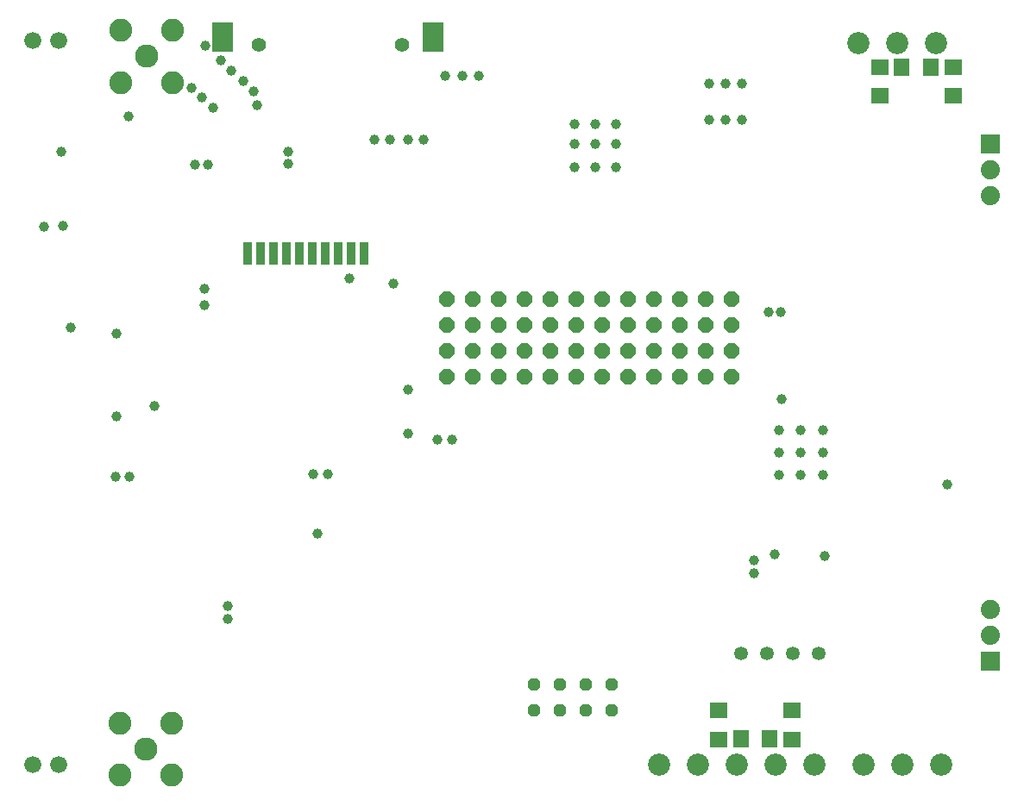
<source format=gbs>
G75*
%MOIN*%
%OFA0B0*%
%FSLAX24Y24*%
%IPPOS*%
%LPD*%
%AMOC8*
5,1,8,0,0,1.08239X$1,22.5*
%
%ADD10C,0.0860*%
%ADD11OC8,0.0480*%
%ADD12R,0.0354X0.0906*%
%ADD13R,0.0787X0.1181*%
%ADD14C,0.0551*%
%ADD15C,0.0531*%
%ADD16C,0.0900*%
%ADD17C,0.0886*%
%ADD18R,0.0740X0.0740*%
%ADD19C,0.0740*%
%ADD20C,0.0660*%
%ADD21OC8,0.0600*%
%ADD22R,0.0630X0.0710*%
%ADD23R,0.0710X0.0630*%
%ADD24C,0.0394*%
D10*
X032604Y004109D03*
X034104Y004109D03*
X035604Y004109D03*
X037104Y004109D03*
X038604Y004109D03*
X040502Y004109D03*
X042002Y004109D03*
X043502Y004109D03*
X043309Y032030D03*
X041809Y032030D03*
X040309Y032030D03*
D11*
X030791Y007209D03*
X029791Y007209D03*
X028791Y007209D03*
X027791Y007209D03*
X027791Y006209D03*
X028791Y006209D03*
X029791Y006209D03*
X030791Y006209D03*
D12*
X021212Y023896D03*
X020712Y023896D03*
X020212Y023896D03*
X019712Y023896D03*
X019212Y023896D03*
X018712Y023896D03*
X018212Y023896D03*
X017712Y023896D03*
X017212Y023896D03*
X016712Y023896D03*
D13*
X015746Y032246D03*
X023876Y032246D03*
D14*
X022675Y031951D03*
X017163Y031951D03*
D15*
X035781Y008408D03*
X036781Y008408D03*
X037781Y008408D03*
X038781Y008408D03*
D16*
X012793Y004707D03*
X012817Y031502D03*
D17*
X013820Y030498D03*
X011813Y030498D03*
X011813Y032506D03*
X013820Y032506D03*
X013797Y005711D03*
X011789Y005711D03*
X011789Y003703D03*
X013797Y003703D03*
D18*
X045423Y008109D03*
X045423Y028109D03*
D19*
X045423Y027109D03*
X045423Y026109D03*
X045423Y010109D03*
X045423Y009109D03*
D20*
X008423Y004109D03*
X009423Y004109D03*
X009423Y032109D03*
X008423Y032109D03*
D21*
X024423Y022109D03*
X025423Y022109D03*
X026423Y022109D03*
X027423Y022109D03*
X028423Y022109D03*
X029423Y022109D03*
X030423Y022109D03*
X031423Y022109D03*
X032423Y022109D03*
X033423Y022109D03*
X034423Y022109D03*
X035423Y022109D03*
X035423Y021109D03*
X034423Y021109D03*
X033423Y021109D03*
X032423Y021109D03*
X031423Y021109D03*
X030423Y021109D03*
X029423Y021109D03*
X028423Y021109D03*
X027423Y021109D03*
X026423Y021109D03*
X025423Y021109D03*
X024423Y021109D03*
X024423Y020109D03*
X025423Y020109D03*
X026423Y020109D03*
X027423Y020109D03*
X028423Y020109D03*
X029423Y020109D03*
X030423Y020109D03*
X031423Y020109D03*
X032423Y020109D03*
X033423Y020109D03*
X034423Y020109D03*
X035423Y020109D03*
X035423Y019109D03*
X034423Y019109D03*
X033423Y019109D03*
X032423Y019109D03*
X031423Y019109D03*
X030423Y019109D03*
X029423Y019109D03*
X028423Y019109D03*
X027423Y019109D03*
X026423Y019109D03*
X025423Y019109D03*
X024423Y019109D03*
D22*
X041997Y031085D03*
X043117Y031085D03*
X036896Y005101D03*
X035776Y005101D03*
D23*
X034919Y005092D03*
X034919Y006212D03*
X037754Y006212D03*
X037754Y005092D03*
X041139Y029974D03*
X041139Y031094D03*
X043974Y031094D03*
X043974Y029974D03*
D24*
X035817Y030463D03*
X035187Y030463D03*
X034557Y030463D03*
X034557Y029046D03*
X035187Y029046D03*
X035817Y029046D03*
X030935Y028888D03*
X030935Y028101D03*
X030147Y028101D03*
X030147Y028888D03*
X029360Y028888D03*
X029360Y028101D03*
X029360Y027234D03*
X030147Y027234D03*
X030935Y027234D03*
X025643Y030761D03*
X025003Y030761D03*
X024363Y030761D03*
X023523Y028289D03*
X022923Y028289D03*
X022203Y028289D03*
X021603Y028289D03*
X018277Y027829D03*
X018277Y027349D03*
X017094Y029617D03*
X016943Y030161D03*
X016555Y030546D03*
X016077Y030949D03*
X015677Y031350D03*
X015090Y031907D03*
X014563Y030296D03*
X014957Y029902D03*
X015374Y029511D03*
X015178Y027316D03*
X014699Y027316D03*
X012123Y029189D03*
X009503Y027829D03*
X009583Y024949D03*
X008837Y024927D03*
X009883Y021029D03*
X011643Y020789D03*
X013110Y017981D03*
X011643Y017587D03*
X011612Y015258D03*
X012163Y015258D03*
X015945Y010264D03*
X015943Y009746D03*
X019407Y013053D03*
X019250Y015337D03*
X019801Y015337D03*
X022904Y016901D03*
X024053Y016675D03*
X024604Y016675D03*
X022904Y018633D03*
X022353Y022727D03*
X020640Y022906D03*
X015049Y022513D03*
X015037Y021872D03*
X036289Y012034D03*
X036289Y011510D03*
X037084Y012266D03*
X039013Y012187D03*
X038966Y015317D03*
X038100Y015317D03*
X037234Y015317D03*
X037234Y016183D03*
X038100Y016183D03*
X038966Y016183D03*
X038966Y017049D03*
X038100Y017049D03*
X037234Y017049D03*
X037360Y018250D03*
X037313Y021628D03*
X036840Y021628D03*
X043738Y014943D03*
M02*

</source>
